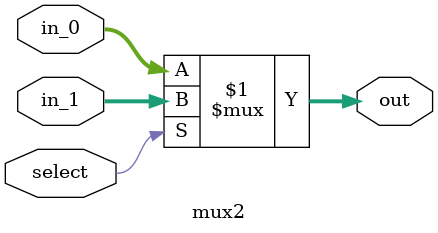
<source format=v>
module datapath(PC, sximm8, sximm5, mdata, vsel, clk, write, writenum, readnum,
                loada, asel, loadb, shift, bsel, ALUop, loadc, loads, Z_out, C);

    input wire clk, loada, loadb, loadc, loads, asel, bsel, write;
    input wire [8:0] PC;
    input wire [1:0] shift, ALUop;
    input wire [2:0] writenum, readnum;
    input wire [3:0] vsel;
    
    output wire [15:0] C;
    output wire [2:0] Z_out;
       
    wire [15:0] data_in, data_out, Ain, Bin, Aout, in, sout, out;
    wire [2:0] Z;

    input [15:0] sximm5, sximm8, mdata;

    // instantiating regfile module
    regfile REGFILE(data_in,
                writenum,
                write,
                readnum,
                clk,
                data_out);

    // instantiating ALU module
    ALU alu(Ain,
            Bin,
            ALUop,
            out,
            Z);

    // instantiating three regesters A,B,C
    pipeReg A_reg (loada, clk, data_out, Aout);
    pipeReg B_reg (loadb, clk, data_out, in);
    pipeReg C_reg (loadc, clk, out, C);

    // instantiating shifter module
    shifter U1 (in,
                shift,
                sout);

    // instantiating status module
    status state(loads, clk, Z, Z_out);

    // instantiating three 2 input multiplexers.
    mux4 Vselect (C, mdata, sximm8, {7'b0, PC}, data_in, vsel);
    mux2 Aselect (Aout , {16'b0}, Ain, asel);
    mux2 Bselect (sout , sximm5, Bin, bsel);
    
endmodule

// register module
module pipeReg(load,clk,in,out);
    input wire load, clk;
    input wire [15:0] in;
    output reg [15:0] out;

    initial begin
        out = 16'b0;
    end

    always @(posedge clk) begin
        // assigning out value depending on the status of load.
        // if load is 1, out is assigned in, else remains out.
        out = load ? in : out; 
    end
endmodule

module status(loads,clk,Z,Z_out);
    input wire loads, clk;
    input wire [2:0] Z;
    output reg [2:0] Z_out;

    initial begin
        Z_out = 3'b0;
    end

    always @(posedge clk) begin
        // assigning Z_out value depending on the status of loads.
        // if loads is 1, Z_out is assigned Z, else remains Z_out.
        Z_out = loads ? Z : Z_out; 
    end
endmodule

module mux4 (C, mdata, sximm8, PC, out, vsel);
    input [15:0] C, mdata, PC, sximm8;
    input [3:0] vsel;
    output [15:0] out;

    reg [15:0] out;

    always @* begin
        out = ({16{vsel[3]}} & mdata) | 
                ({16{vsel[2]}} & sximm8) |
                ({16{vsel[1]}} & PC) |
                ({16{vsel[0]}} & C) ; 
    end

endmodule

module mux2 (in_0, in_1, out, select);

    input [15:0] in_0, in_1;
    output [15:0] out;
    input select;
    
    // assigning out a value in_1 or in_0 depending on select.
    // if select is 1 out is assigned in_1, else in_0.
    assign out = select ? in_1 : in_0;
    
endmodule


</source>
